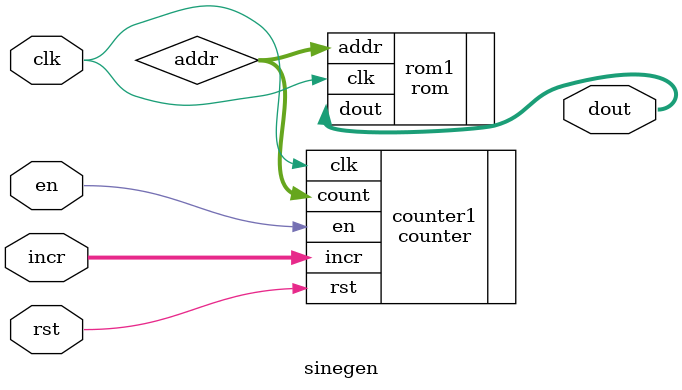
<source format=sv>
module sinegen (
    input logic [7:0]   incr,
    input logic         rst,
    input logic         en,
    input logic         clk,

    output logic [7:0]  dout
);

logic [7:0] addr;

counter counter1(
    .clk (clk),
    .rst (rst),
    .en (en),
    .incr (incr),
    .count (addr)
);

rom rom1(
    .addr (addr),
    .clk (clk),
    .dout (dout)
);

endmodule

</source>
